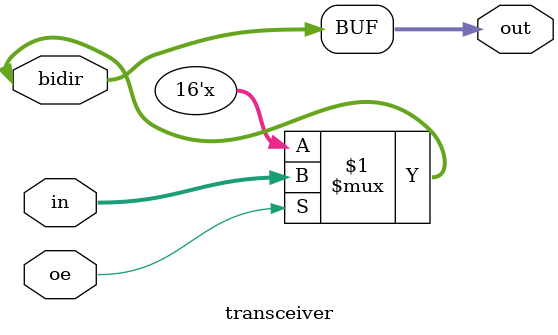
<source format=v>
`timescale 1 ns / 10 ps

//Banco de registros de dos salidas y una entrada
module regfile #(parameter REG_SEL = 4, WIDTH = 16) (input  wire        clk, 
                                                     input  wire        we3,           //se�al de habilitaci�n de escritura
                                                     input  wire [REG_SEL-1:0]  ra1, ra2, wa3, //direcciones de regs leidos y reg a escribir
                                                     input  wire [WIDTH-1:0] wd3, 			 //dato a escribir
                                                     output wire [WIDTH-1:0] rd1, rd2);     //datos leidos

  reg [15:0] regb[0:15]; //memoria de 16 registros de 16 bits de ancho

  initial
  begin
    $readmemb(/* "C:/Users/alu01/Desktop/cuatri/DDP/CPU_Monociclo/src/ */"regfile.dat",regb); // inicializa los registros a valores conocidos
  end  
  
  // El registro 0 siempre es cero
  // se leen dos reg combinacionalmente
  // y la escritura del tercero ocurre en flanco de subida del reloj
  
  always @(posedge clk)
    if (we3 && wa3 != 0) regb[wa3] <= wd3;	
  
  assign rd1 = (ra1 != 0) ? regb[ra1] : 16'b0;
  assign rd2 = (ra2 != 0) ? regb[ra2] : 16'b0;


endmodule

//modulo sumador  
module adder #(parameter WIDTH = 10) (input wire signed [WIDTH-1:0] a, b, output wire [WIDTH-1:0] y);

  assign y = a + b;

endmodule

//modulo registro para modelar el PC, cambia en cada flanco de subida de reloj o de reset
module register #(parameter WIDTH = 8) (input wire clk, reset,
                                        input wire ce,
                                        input wire [WIDTH-1:0] d, 
                                        output reg [WIDTH-1:0] q);

  always @(posedge clk, posedge reset)
    if (reset)  q <= 0;
    else if (ce) q <= d;

endmodule

//modulo multiplexor, si s=1 sale d1, s=0 sale d0
module mux2 #(parameter WIDTH = 8)
             (input  wire [WIDTH-1:0] d0, d1, 
              input  wire             s, 
              output wire [WIDTH-1:0] y);

  assign y = s ? d1 : d0; 

endmodule

//modulo multiplexor, si s=1 sale d1, s=0 sale d0
module mux4 #(parameter WIDTH = 8)
             (input  wire [WIDTH-1:0] d0, d1, d2, d3,
              input  wire [1:0]       s, 
              output wire [WIDTH-1:0] y);

  assign y = s == 2'b00 ? d0 : s == 2'b01 ? d1 : s == 2'b10 ? d2 : d3; 

endmodule


//Biestable para el flag de cero
//Biestable tipo D s�ncrono con reset as�ncrono por flanco y entrada de habilitaci�n de carga
module ffd(input wire clk, reset, d, carga, output reg q);

  always @(posedge clk, posedge reset)
    if (reset)
	    q <= 1'b0;
	  else
	    if (carga)
	      q <= d;

endmodule 

module max_priority_bit #(parameter WIDTH = 8) (input wire [WIDTH-1:0] a, output reg [WIDTH-1:0] b);
  initial
    b <= 0; 

  always @(*)
    b <= a&-a;

endmodule
    
module transceiver #(parameter WIDTH = 16) (input wire oe, input wire [WIDTH-1:0] in, output wire [WIDTH-1:0] out, inout wire [WIDTH-1:0] bidir);
	assign out = bidir;
  assign bidir = oe ? in : 16'bz;
endmodule
</source>
